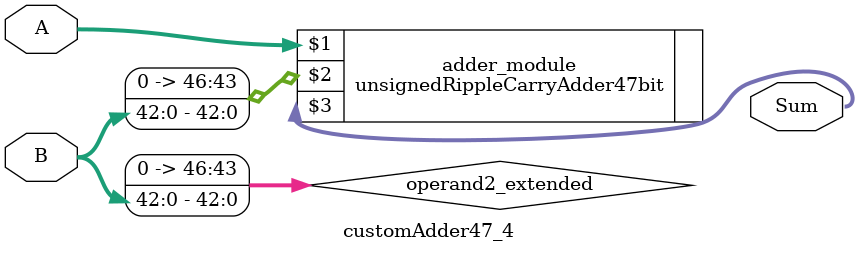
<source format=v>
module customAdder47_4(
                        input [46 : 0] A,
                        input [42 : 0] B,
                        
                        output [47 : 0] Sum
                );

        wire [46 : 0] operand2_extended;
        
        assign operand2_extended =  {4'b0, B};
        
        unsignedRippleCarryAdder47bit adder_module(
            A,
            operand2_extended,
            Sum
        );
        
        endmodule
        
</source>
